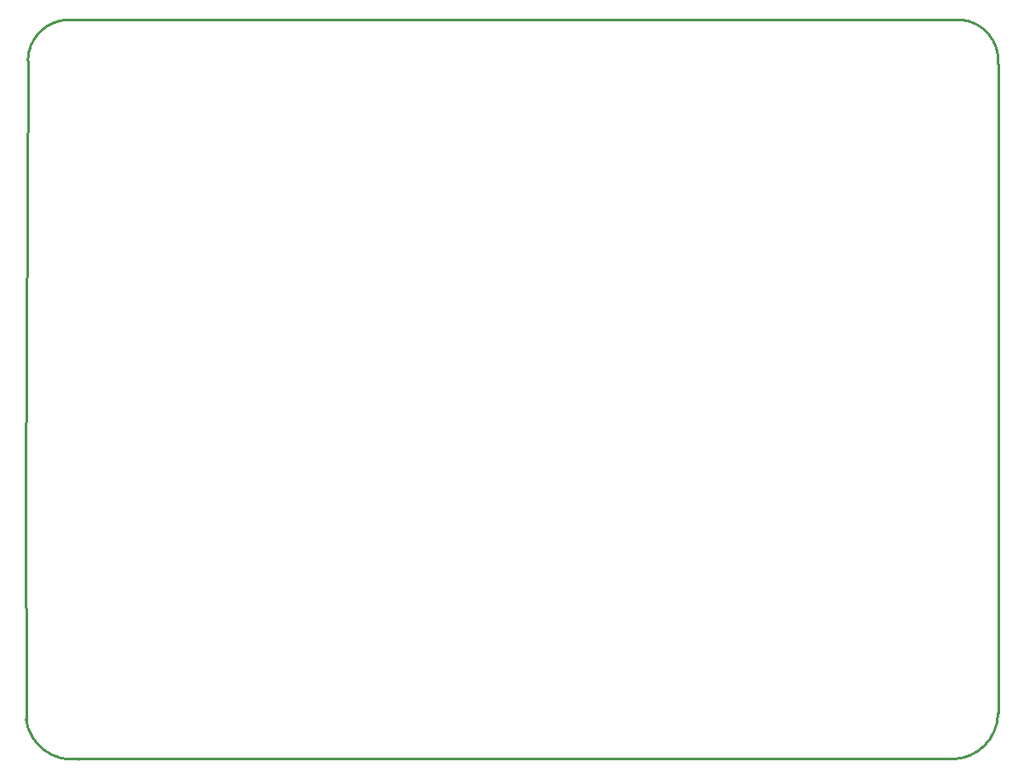
<source format=gm1>
G04*
G04 #@! TF.GenerationSoftware,Altium Limited,Altium Designer,25.7.1 (20)*
G04*
G04 Layer_Color=16711935*
%FSLAX44Y44*%
%MOMM*%
G71*
G04*
G04 #@! TF.SameCoordinates,C553E2C7-41F9-40DB-990B-6D54EA4AAFBF*
G04*
G04*
G04 #@! TF.FilePolarity,Positive*
G04*
G01*
G75*
%ADD15C,0.2540*%
D15*
X918260Y229950D02*
G03*
X964340Y275850I90J45990D01*
G01*
X-811Y269617D02*
G03*
X51179Y230107I45750J6240D01*
G01*
X42110Y964490D02*
G03*
X910Y923600I-155J-41045D01*
G01*
X964440Y920450D02*
G03*
X927450Y964490I-40515J3525D01*
G01*
X51270Y230160D02*
X918260D01*
X964440Y275850D02*
X964440Y920450D01*
X51179Y230107D02*
X51270Y230160D01*
X-1250Y492490D02*
X-811Y269618D01*
X-1250Y492490D02*
X910Y923600D01*
X921500Y964490D02*
X927450D01*
X42110D02*
X921500D01*
M02*

</source>
